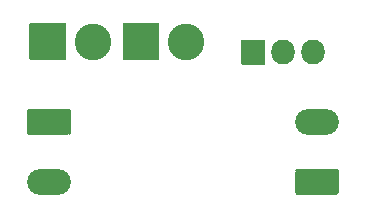
<source format=gbr>
G04 #@! TF.GenerationSoftware,KiCad,Pcbnew,(5.1.10)-1*
G04 #@! TF.CreationDate,2021-05-27T14:09:39+02:00*
G04 #@! TF.ProjectId,HV_UV_detect,48565f55-565f-4646-9574-6563742e6b69,0v2*
G04 #@! TF.SameCoordinates,Original*
G04 #@! TF.FileFunction,Soldermask,Bot*
G04 #@! TF.FilePolarity,Negative*
%FSLAX46Y46*%
G04 Gerber Fmt 4.6, Leading zero omitted, Abs format (unit mm)*
G04 Created by KiCad (PCBNEW (5.1.10)-1) date 2021-05-27 14:09:39*
%MOMM*%
%LPD*%
G01*
G04 APERTURE LIST*
%ADD10O,2.007000X2.102000*%
%ADD11C,3.101740*%
%ADD12O,3.702000X2.182000*%
%ADD13C,0.100000*%
G04 APERTURE END LIST*
D10*
X167680000Y-85600000D03*
X165140000Y-85600000D03*
G36*
G01*
X161596500Y-86600000D02*
X161596500Y-84600000D01*
G75*
G02*
X161647500Y-84549000I51000J0D01*
G01*
X163552500Y-84549000D01*
G75*
G02*
X163603500Y-84600000I0J-51000D01*
G01*
X163603500Y-86600000D01*
G75*
G02*
X163552500Y-86651000I-51000J0D01*
G01*
X161647500Y-86651000D01*
G75*
G02*
X161596500Y-86600000I0J51000D01*
G01*
G37*
D11*
X156910000Y-84700000D03*
G36*
G01*
X151549130Y-86199870D02*
X151549130Y-83200130D01*
G75*
G02*
X151600130Y-83149130I51000J0D01*
G01*
X154599870Y-83149130D01*
G75*
G02*
X154650870Y-83200130I0J-51000D01*
G01*
X154650870Y-86199870D01*
G75*
G02*
X154599870Y-86250870I-51000J0D01*
G01*
X151600130Y-86250870D01*
G75*
G02*
X151549130Y-86199870I0J51000D01*
G01*
G37*
X149010000Y-84700000D03*
G36*
G01*
X143649130Y-86199870D02*
X143649130Y-83200130D01*
G75*
G02*
X143700130Y-83149130I51000J0D01*
G01*
X146699870Y-83149130D01*
G75*
G02*
X146750870Y-83200130I0J-51000D01*
G01*
X146750870Y-86199870D01*
G75*
G02*
X146699870Y-86250870I-51000J0D01*
G01*
X143700130Y-86250870D01*
G75*
G02*
X143649130Y-86199870I0J51000D01*
G01*
G37*
G36*
G01*
X143711258Y-90409000D02*
X146888742Y-90409000D01*
G75*
G02*
X147151000Y-90671258I0J-262258D01*
G01*
X147151000Y-92328742D01*
G75*
G02*
X146888742Y-92591000I-262258J0D01*
G01*
X143711258Y-92591000D01*
G75*
G02*
X143449000Y-92328742I0J262258D01*
G01*
X143449000Y-90671258D01*
G75*
G02*
X143711258Y-90409000I262258J0D01*
G01*
G37*
D12*
X145300000Y-96580000D03*
X168000000Y-91520000D03*
G36*
G01*
X169588742Y-97691000D02*
X166411258Y-97691000D01*
G75*
G02*
X166149000Y-97428742I0J262258D01*
G01*
X166149000Y-95771258D01*
G75*
G02*
X166411258Y-95509000I262258J0D01*
G01*
X169588742Y-95509000D01*
G75*
G02*
X169851000Y-95771258I0J-262258D01*
G01*
X169851000Y-97428742D01*
G75*
G02*
X169588742Y-97691000I-262258J0D01*
G01*
G37*
D13*
G36*
X166150990Y-97428546D02*
G01*
X166156009Y-97479511D01*
X166170820Y-97528335D01*
X166194869Y-97573329D01*
X166227235Y-97612765D01*
X166266671Y-97645131D01*
X166311665Y-97669180D01*
X166360489Y-97683991D01*
X166411454Y-97689010D01*
X166413080Y-97690175D01*
X166412884Y-97692165D01*
X166411258Y-97693000D01*
X166322448Y-97693000D01*
X166322252Y-97692990D01*
X166283587Y-97689182D01*
X166283202Y-97689106D01*
X166251930Y-97679620D01*
X166251568Y-97679470D01*
X166222749Y-97664066D01*
X166222423Y-97663848D01*
X166197161Y-97643116D01*
X166196884Y-97642839D01*
X166176152Y-97617577D01*
X166175934Y-97617251D01*
X166160530Y-97588432D01*
X166160380Y-97588070D01*
X166150894Y-97556798D01*
X166150818Y-97556413D01*
X166147010Y-97517748D01*
X166147000Y-97517552D01*
X166147000Y-97428742D01*
X166148000Y-97427010D01*
X166150000Y-97427010D01*
X166150990Y-97428546D01*
G37*
G36*
X169852165Y-97427116D02*
G01*
X169853000Y-97428742D01*
X169853000Y-97517552D01*
X169852990Y-97517748D01*
X169849182Y-97556413D01*
X169849106Y-97556798D01*
X169839620Y-97588070D01*
X169839470Y-97588432D01*
X169824066Y-97617251D01*
X169823848Y-97617577D01*
X169803116Y-97642839D01*
X169802839Y-97643116D01*
X169777577Y-97663848D01*
X169777251Y-97664066D01*
X169748432Y-97679470D01*
X169748070Y-97679620D01*
X169716798Y-97689106D01*
X169716413Y-97689182D01*
X169677748Y-97692990D01*
X169677552Y-97693000D01*
X169588742Y-97693000D01*
X169587010Y-97692000D01*
X169587010Y-97690000D01*
X169588546Y-97689010D01*
X169639511Y-97683991D01*
X169688335Y-97669180D01*
X169733329Y-97645131D01*
X169772765Y-97612765D01*
X169805131Y-97573329D01*
X169829180Y-97528335D01*
X169843991Y-97479511D01*
X169849010Y-97428546D01*
X169850175Y-97426920D01*
X169852165Y-97427116D01*
G37*
G36*
X166412990Y-95508000D02*
G01*
X166412990Y-95510000D01*
X166411454Y-95510990D01*
X166360489Y-95516009D01*
X166311665Y-95530820D01*
X166266671Y-95554869D01*
X166227235Y-95587235D01*
X166194869Y-95626671D01*
X166170820Y-95671665D01*
X166156009Y-95720489D01*
X166150990Y-95771454D01*
X166149825Y-95773080D01*
X166147835Y-95772884D01*
X166147000Y-95771258D01*
X166147000Y-95682448D01*
X166147010Y-95682252D01*
X166150818Y-95643587D01*
X166150894Y-95643202D01*
X166160380Y-95611930D01*
X166160530Y-95611568D01*
X166175934Y-95582749D01*
X166176152Y-95582423D01*
X166196884Y-95557161D01*
X166197161Y-95556884D01*
X166222423Y-95536152D01*
X166222749Y-95535934D01*
X166251568Y-95520530D01*
X166251930Y-95520380D01*
X166283202Y-95510894D01*
X166283587Y-95510818D01*
X166322252Y-95507010D01*
X166322448Y-95507000D01*
X166411258Y-95507000D01*
X166412990Y-95508000D01*
G37*
G36*
X169677748Y-95507010D02*
G01*
X169716413Y-95510818D01*
X169716798Y-95510894D01*
X169748070Y-95520380D01*
X169748432Y-95520530D01*
X169777251Y-95535934D01*
X169777577Y-95536152D01*
X169802839Y-95556884D01*
X169803116Y-95557161D01*
X169823848Y-95582423D01*
X169824066Y-95582749D01*
X169839470Y-95611568D01*
X169839620Y-95611930D01*
X169849106Y-95643202D01*
X169849182Y-95643587D01*
X169852990Y-95682252D01*
X169853000Y-95682448D01*
X169853000Y-95771258D01*
X169852000Y-95772990D01*
X169850000Y-95772990D01*
X169849010Y-95771454D01*
X169843991Y-95720489D01*
X169829180Y-95671665D01*
X169805131Y-95626671D01*
X169772765Y-95587235D01*
X169733329Y-95554869D01*
X169688335Y-95530820D01*
X169639511Y-95516009D01*
X169588546Y-95510990D01*
X169586920Y-95509825D01*
X169587116Y-95507835D01*
X169588742Y-95507000D01*
X169677552Y-95507000D01*
X169677748Y-95507010D01*
G37*
G36*
X143450990Y-92328546D02*
G01*
X143456009Y-92379511D01*
X143470820Y-92428335D01*
X143494869Y-92473329D01*
X143527235Y-92512765D01*
X143566671Y-92545131D01*
X143611665Y-92569180D01*
X143660489Y-92583991D01*
X143711454Y-92589010D01*
X143713080Y-92590175D01*
X143712884Y-92592165D01*
X143711258Y-92593000D01*
X143622448Y-92593000D01*
X143622252Y-92592990D01*
X143583587Y-92589182D01*
X143583202Y-92589106D01*
X143551930Y-92579620D01*
X143551568Y-92579470D01*
X143522749Y-92564066D01*
X143522423Y-92563848D01*
X143497161Y-92543116D01*
X143496884Y-92542839D01*
X143476152Y-92517577D01*
X143475934Y-92517251D01*
X143460530Y-92488432D01*
X143460380Y-92488070D01*
X143450894Y-92456798D01*
X143450818Y-92456413D01*
X143447010Y-92417748D01*
X143447000Y-92417552D01*
X143447000Y-92328742D01*
X143448000Y-92327010D01*
X143450000Y-92327010D01*
X143450990Y-92328546D01*
G37*
G36*
X147152165Y-92327116D02*
G01*
X147153000Y-92328742D01*
X147153000Y-92417552D01*
X147152990Y-92417748D01*
X147149182Y-92456413D01*
X147149106Y-92456798D01*
X147139620Y-92488070D01*
X147139470Y-92488432D01*
X147124066Y-92517251D01*
X147123848Y-92517577D01*
X147103116Y-92542839D01*
X147102839Y-92543116D01*
X147077577Y-92563848D01*
X147077251Y-92564066D01*
X147048432Y-92579470D01*
X147048070Y-92579620D01*
X147016798Y-92589106D01*
X147016413Y-92589182D01*
X146977748Y-92592990D01*
X146977552Y-92593000D01*
X146888742Y-92593000D01*
X146887010Y-92592000D01*
X146887010Y-92590000D01*
X146888546Y-92589010D01*
X146939511Y-92583991D01*
X146988335Y-92569180D01*
X147033329Y-92545131D01*
X147072765Y-92512765D01*
X147105131Y-92473329D01*
X147129180Y-92428335D01*
X147143991Y-92379511D01*
X147149010Y-92328546D01*
X147150175Y-92326920D01*
X147152165Y-92327116D01*
G37*
G36*
X143712990Y-90408000D02*
G01*
X143712990Y-90410000D01*
X143711454Y-90410990D01*
X143660489Y-90416009D01*
X143611665Y-90430820D01*
X143566671Y-90454869D01*
X143527235Y-90487235D01*
X143494869Y-90526671D01*
X143470820Y-90571665D01*
X143456009Y-90620489D01*
X143450990Y-90671454D01*
X143449825Y-90673080D01*
X143447835Y-90672884D01*
X143447000Y-90671258D01*
X143447000Y-90582448D01*
X143447010Y-90582252D01*
X143450818Y-90543587D01*
X143450894Y-90543202D01*
X143460380Y-90511930D01*
X143460530Y-90511568D01*
X143475934Y-90482749D01*
X143476152Y-90482423D01*
X143496884Y-90457161D01*
X143497161Y-90456884D01*
X143522423Y-90436152D01*
X143522749Y-90435934D01*
X143551568Y-90420530D01*
X143551930Y-90420380D01*
X143583202Y-90410894D01*
X143583587Y-90410818D01*
X143622252Y-90407010D01*
X143622448Y-90407000D01*
X143711258Y-90407000D01*
X143712990Y-90408000D01*
G37*
G36*
X146977748Y-90407010D02*
G01*
X147016413Y-90410818D01*
X147016798Y-90410894D01*
X147048070Y-90420380D01*
X147048432Y-90420530D01*
X147077251Y-90435934D01*
X147077577Y-90436152D01*
X147102839Y-90456884D01*
X147103116Y-90457161D01*
X147123848Y-90482423D01*
X147124066Y-90482749D01*
X147139470Y-90511568D01*
X147139620Y-90511930D01*
X147149106Y-90543202D01*
X147149182Y-90543587D01*
X147152990Y-90582252D01*
X147153000Y-90582448D01*
X147153000Y-90671258D01*
X147152000Y-90672990D01*
X147150000Y-90672990D01*
X147149010Y-90671454D01*
X147143991Y-90620489D01*
X147129180Y-90571665D01*
X147105131Y-90526671D01*
X147072765Y-90487235D01*
X147033329Y-90454869D01*
X146988335Y-90430820D01*
X146939511Y-90416009D01*
X146888546Y-90410990D01*
X146886920Y-90409825D01*
X146887116Y-90407835D01*
X146888742Y-90407000D01*
X146977552Y-90407000D01*
X146977748Y-90407010D01*
G37*
M02*

</source>
